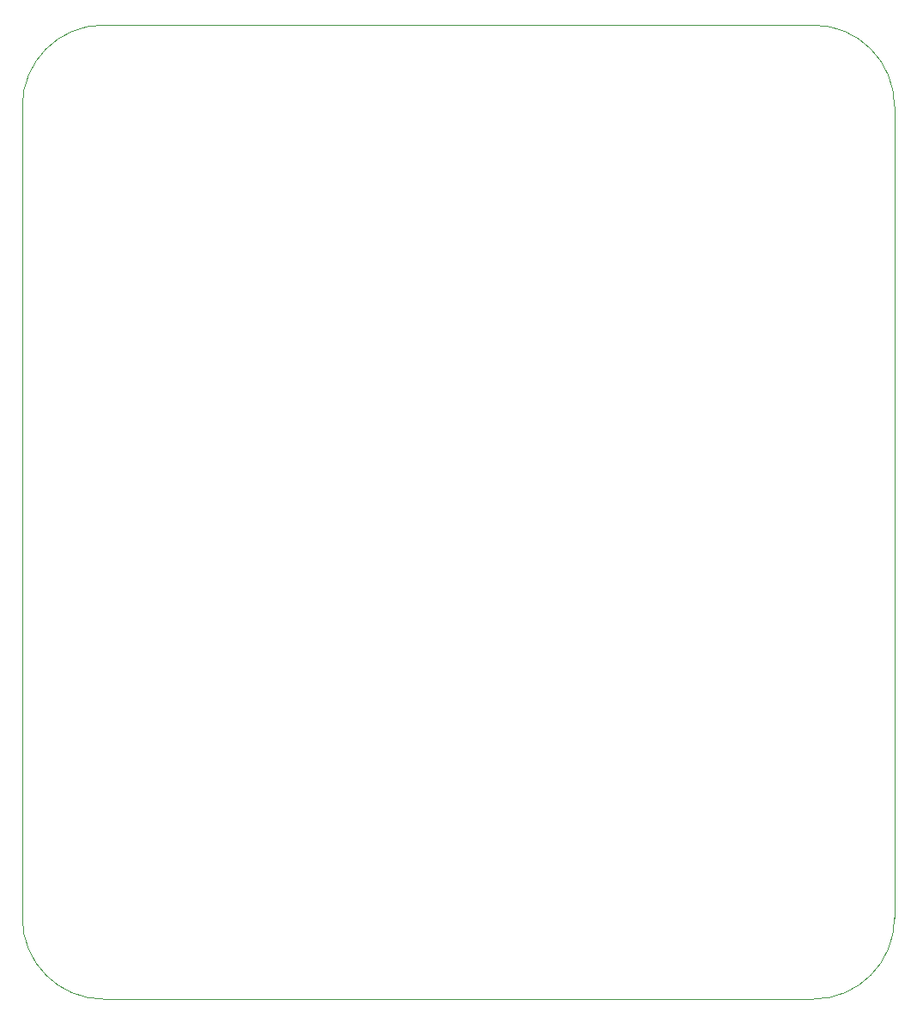
<source format=gbr>
G04 #@! TF.GenerationSoftware,KiCad,Pcbnew,(2017-12-21 revision 7586afd53)-makepkg*
G04 #@! TF.CreationDate,2018-10-14T21:46:11-07:00*
G04 #@! TF.ProjectId,fsorx,66736F72782E6B696361645F70636200,rev?*
G04 #@! TF.SameCoordinates,Original*
G04 #@! TF.FileFunction,Profile,NP*
%FSLAX46Y46*%
G04 Gerber Fmt 4.6, Leading zero omitted, Abs format (unit mm)*
G04 Created by KiCad (PCBNEW (2017-12-21 revision 7586afd53)-makepkg) date 10/14/18 21:46:11*
%MOMM*%
%LPD*%
G01*
G04 APERTURE LIST*
%ADD10C,0.100000*%
G04 APERTURE END LIST*
D10*
X62000000Y-58000000D02*
G75*
G02X70000000Y-50000000I8000000J0D01*
G01*
X140000000Y-50000000D02*
G75*
G02X148000000Y-58000000I0J-8000000D01*
G01*
X148000000Y-138000000D02*
G75*
G02X140000000Y-146000000I-8000000J0D01*
G01*
X70000000Y-146000000D02*
G75*
G02X62000000Y-138000000I0J8000000D01*
G01*
X62000000Y-138000000D02*
X62000000Y-58000000D01*
X140000000Y-146000000D02*
X70000000Y-146000000D01*
X148000000Y-58000000D02*
X148000000Y-138000000D01*
X70000000Y-50000000D02*
X140000000Y-50000000D01*
M02*

</source>
